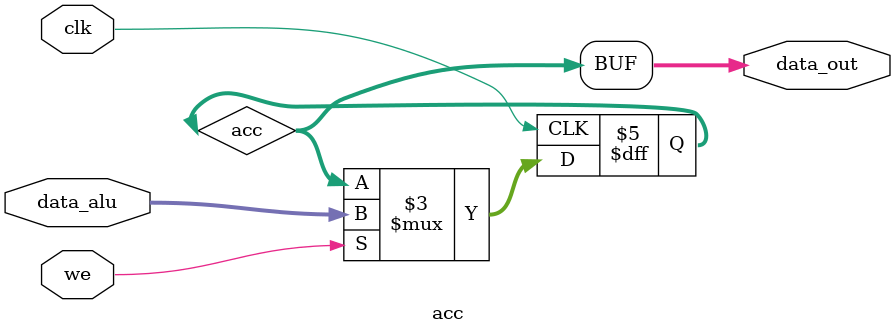
<source format=v>
`timescale 1ps/1ps

module acc #(
	parameter ADDR_WIDTH = 0,
	parameter REG_BIT_CNT = 0,
	parameter DATA_WIDTH = 0,
	parameter COMBINED_DATA = ADDR_WIDTH+REG_BIT_CNT+DATA_WIDTH
)(
	input	clk,
	input	we,			// write enable
	inout	[DATA_WIDTH-1:0] data_alu,
	output	[DATA_WIDTH-1:0] data_out
);
	reg [DATA_WIDTH-1:0] acc = 0;

	assign data_out = acc;

	always @(posedge clk)
		if (we)			//load to accu
			acc <= data_alu;
endmodule
</source>
